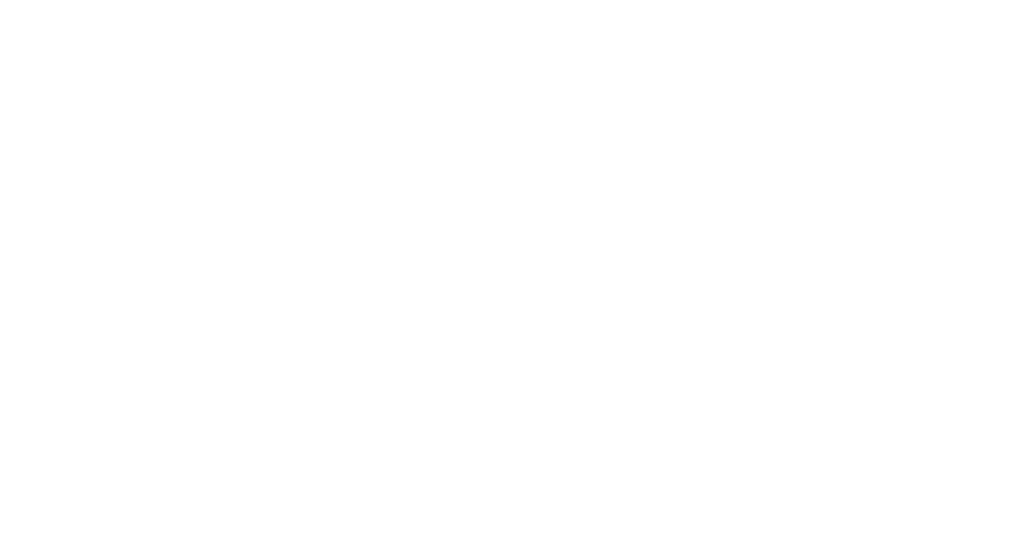
<source format=kicad_pcb>
(kicad_pcb
	(version 20241229)
	(generator "pcbnew")
	(generator_version "9.0")
	(general
		(thickness 1.6)
		(legacy_teardrops no)
	)
	(paper "A4")
	(layers
		(0 "F.Cu" signal)
		(2 "B.Cu" signal)
		(9 "F.Adhes" user "F.Adhesive")
		(11 "B.Adhes" user "B.Adhesive")
		(13 "F.Paste" user)
		(15 "B.Paste" user)
		(5 "F.SilkS" user "F.Silkscreen")
		(7 "B.SilkS" user "B.Silkscreen")
		(1 "F.Mask" user)
		(3 "B.Mask" user)
		(17 "Dwgs.User" user "User.Drawings")
		(19 "Cmts.User" user "User.Comments")
		(21 "Eco1.User" user "User.Eco1")
		(23 "Eco2.User" user "User.Eco2")
		(25 "Edge.Cuts" user)
		(27 "Margin" user)
		(31 "F.CrtYd" user "F.Courtyard")
		(29 "B.CrtYd" user "B.Courtyard")
		(35 "F.Fab" user)
		(33 "B.Fab" user)
		(39 "User.1" user)
		(41 "User.2" user)
		(43 "User.3" user)
		(45 "User.4" user)
	)
	(setup
		(pad_to_mask_clearance 0)
		(allow_soldermask_bridges_in_footprints no)
		(tenting front back)
		(pcbplotparams
			(layerselection 0x00000000_00000000_55555555_5755f5ff)
			(plot_on_all_layers_selection 0x00000000_00000000_00000000_00000000)
			(disableapertmacros no)
			(usegerberextensions no)
			(usegerberattributes yes)
			(usegerberadvancedattributes yes)
			(creategerberjobfile yes)
			(dashed_line_dash_ratio 12.000000)
			(dashed_line_gap_ratio 3.000000)
			(svgprecision 4)
			(plotframeref no)
			(mode 1)
			(useauxorigin no)
			(hpglpennumber 1)
			(hpglpenspeed 20)
			(hpglpendiameter 15.000000)
			(pdf_front_fp_property_popups yes)
			(pdf_back_fp_property_popups yes)
			(pdf_metadata yes)
			(pdf_single_document no)
			(dxfpolygonmode yes)
			(dxfimperialunits yes)
			(dxfusepcbnewfont yes)
			(psnegative no)
			(psa4output no)
			(plot_black_and_white yes)
			(sketchpadsonfab no)
			(plotpadnumbers no)
			(hidednponfab no)
			(sketchdnponfab yes)
			(crossoutdnponfab yes)
			(subtractmaskfromsilk no)
			(outputformat 1)
			(mirror no)
			(drillshape 1)
			(scaleselection 1)
			(outputdirectory "")
		)
	)
	(net 0 "")
	(gr_line
		(start 124.5 80.5)
		(end 124.5 120)
		(stroke
			(width 0.3)
			(type default)
		)
		(layer "Dwgs.User")
		(uuid "01ef31dd-d682-463a-8ea7-b5d13ee64814")
	)
	(gr_line
		(start 244.5 80.5)
		(end 219 55)
		(stroke
			(width 0.3)
			(type default)
		)
		(layer "Dwgs.User")
		(uuid "a3b68d4c-4150-444a-b67d-565f49f4466d")
	)
	(gr_line
		(start 124.5 120)
		(end 244.5 120)
		(stroke
			(width 0.3)
			(type default)
		)
		(layer "Dwgs.User")
		(uuid "b6500f4a-c3c3-403c-b874-b7372507b6b5")
	)
	(gr_line
		(start 219 55)
		(end 150 55)
		(stroke
			(width 0.3)
			(type default)
		)
		(layer "Dwgs.User")
		(uuid "becb792a-c621-4dd4-9064-f4780681a674")
	)
	(gr_line
		(start 150 55)
		(end 124.5 80.5)
		(stroke
			(width 0.3)
			(type default)
		)
		(layer "Dwgs.User")
		(uuid "d3468b52-df96-443c-ab9c-92c2c7286786")
	)
	(gr_line
		(start 244.5 120)
		(end 244.5 80.5)
		(stroke
			(width 0.3)
			(type default)
		)
		(layer "Dwgs.User")
		(uuid "deba2594-6432-4894-a96d-b6ce9176778f")
	)
	(group ""
		(uuid "9f15362b-f67d-4de1-a03a-28200d40e6d4")
		(members "01ef31dd-d682-463a-8ea7-b5d13ee64814" "a3b68d4c-4150-444a-b67d-565f49f4466d"
			"b6500f4a-c3c3-403c-b874-b7372507b6b5" "becb792a-c621-4dd4-9064-f4780681a674"
			"d3468b52-df96-443c-ab9c-92c2c7286786" "deba2594-6432-4894-a96d-b6ce9176778f"
		)
	)
	(embedded_fonts no)
)

</source>
